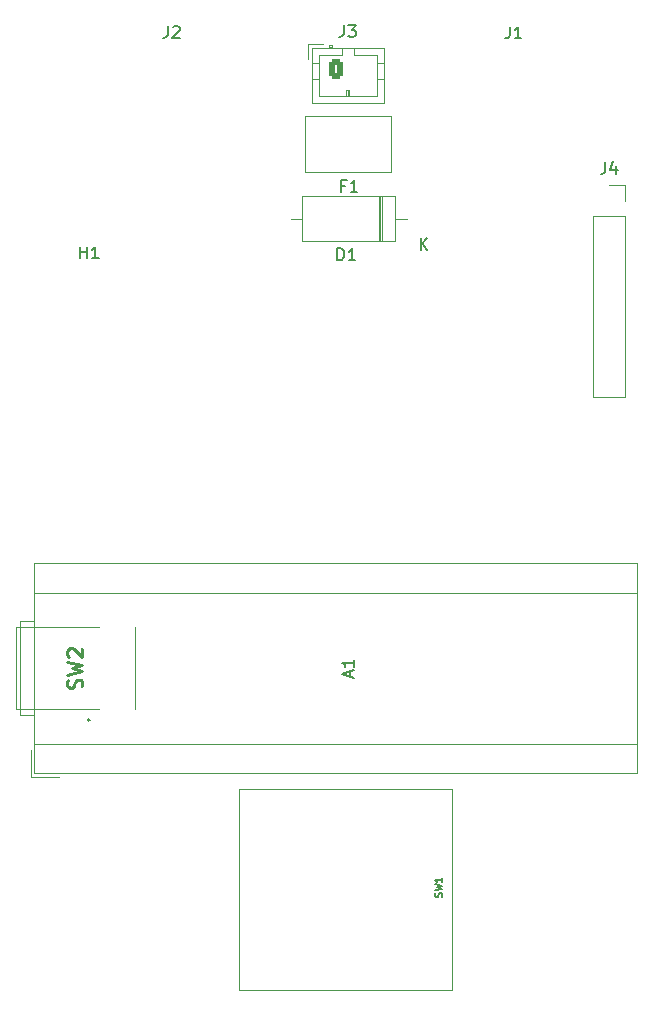
<source format=gto>
G04 #@! TF.GenerationSoftware,KiCad,Pcbnew,(6.0.9)*
G04 #@! TF.CreationDate,2022-11-21T10:51:55+01:00*
G04 #@! TF.ProjectId,Dohle TankVerb,446f686c-6520-4546-916e-6b566572622e,rev?*
G04 #@! TF.SameCoordinates,Original*
G04 #@! TF.FileFunction,Legend,Top*
G04 #@! TF.FilePolarity,Positive*
%FSLAX46Y46*%
G04 Gerber Fmt 4.6, Leading zero omitted, Abs format (unit mm)*
G04 Created by KiCad (PCBNEW (6.0.9)) date 2022-11-21 10:51:55*
%MOMM*%
%LPD*%
G01*
G04 APERTURE LIST*
G04 Aperture macros list*
%AMRoundRect*
0 Rectangle with rounded corners*
0 $1 Rounding radius*
0 $2 $3 $4 $5 $6 $7 $8 $9 X,Y pos of 4 corners*
0 Add a 4 corners polygon primitive as box body*
4,1,4,$2,$3,$4,$5,$6,$7,$8,$9,$2,$3,0*
0 Add four circle primitives for the rounded corners*
1,1,$1+$1,$2,$3*
1,1,$1+$1,$4,$5*
1,1,$1+$1,$6,$7*
1,1,$1+$1,$8,$9*
0 Add four rect primitives between the rounded corners*
20,1,$1+$1,$2,$3,$4,$5,0*
20,1,$1+$1,$4,$5,$6,$7,0*
20,1,$1+$1,$6,$7,$8,$9,0*
20,1,$1+$1,$8,$9,$2,$3,0*%
%AMHorizOval*
0 Thick line with rounded ends*
0 $1 width*
0 $2 $3 position (X,Y) of the first rounded end (center of the circle)*
0 $4 $5 position (X,Y) of the second rounded end (center of the circle)*
0 Add line between two ends*
20,1,$1,$2,$3,$4,$5,0*
0 Add two circle primitives to create the rounded ends*
1,1,$1,$2,$3*
1,1,$1,$4,$5*%
G04 Aperture macros list end*
%ADD10C,0.150000*%
%ADD11C,0.127000*%
%ADD12C,0.254000*%
%ADD13C,0.120000*%
%ADD14C,0.200000*%
%ADD15C,0.100000*%
%ADD16C,2.200000*%
%ADD17R,1.700000X1.700000*%
%ADD18O,1.700000X1.700000*%
%ADD19RoundRect,0.250000X-0.350000X-0.625000X0.350000X-0.625000X0.350000X0.625000X-0.350000X0.625000X0*%
%ADD20O,1.200000X1.750000*%
%ADD21C,1.600000*%
%ADD22R,2.400000X2.400000*%
%ADD23O,2.400000X2.400000*%
%ADD24O,4.003200X2.743200*%
%ADD25O,8.203200X2.203200*%
%ADD26HorizOval,2.203200X-1.414214X1.414214X1.414214X-1.414214X0*%
%ADD27O,2.203200X8.203200*%
%ADD28HorizOval,2.203200X-1.414214X-1.414214X1.414214X1.414214X0*%
%ADD29C,1.700000*%
%ADD30C,1.575000*%
%ADD31C,1.950000*%
G04 APERTURE END LIST*
D10*
X134747095Y-90952980D02*
X134747095Y-89952980D01*
X134747095Y-90429171D02*
X135318523Y-90429171D01*
X135318523Y-90952980D02*
X135318523Y-89952980D01*
X136318523Y-90952980D02*
X135747095Y-90952980D01*
X136032809Y-90952980D02*
X136032809Y-89952980D01*
X135937571Y-90095838D01*
X135842333Y-90191076D01*
X135747095Y-90238695D01*
X179219266Y-82788380D02*
X179219266Y-83502666D01*
X179171647Y-83645523D01*
X179076409Y-83740761D01*
X178933552Y-83788380D01*
X178838314Y-83788380D01*
X180124028Y-83121714D02*
X180124028Y-83788380D01*
X179885933Y-82740761D02*
X179647838Y-83455047D01*
X180266885Y-83455047D01*
X157074585Y-71207380D02*
X157074585Y-71921666D01*
X157026966Y-72064523D01*
X156931728Y-72159761D01*
X156788871Y-72207380D01*
X156693633Y-72207380D01*
X157455538Y-71207380D02*
X158074585Y-71207380D01*
X157741252Y-71588333D01*
X157884109Y-71588333D01*
X157979347Y-71635952D01*
X158026966Y-71683571D01*
X158074585Y-71778809D01*
X158074585Y-72016904D01*
X158026966Y-72112142D01*
X157979347Y-72159761D01*
X157884109Y-72207380D01*
X157598395Y-72207380D01*
X157503157Y-72159761D01*
X157455538Y-72112142D01*
X157178666Y-84790571D02*
X156845333Y-84790571D01*
X156845333Y-85314380D02*
X156845333Y-84314380D01*
X157321523Y-84314380D01*
X158226285Y-85314380D02*
X157654857Y-85314380D01*
X157940571Y-85314380D02*
X157940571Y-84314380D01*
X157845333Y-84457238D01*
X157750095Y-84552476D01*
X157654857Y-84600095D01*
X156539304Y-91104980D02*
X156539304Y-90104980D01*
X156777400Y-90104980D01*
X156920257Y-90152600D01*
X157015495Y-90247838D01*
X157063114Y-90343076D01*
X157110733Y-90533552D01*
X157110733Y-90676409D01*
X157063114Y-90866885D01*
X157015495Y-90962123D01*
X156920257Y-91057361D01*
X156777400Y-91104980D01*
X156539304Y-91104980D01*
X158063114Y-91104980D02*
X157491685Y-91104980D01*
X157777400Y-91104980D02*
X157777400Y-90104980D01*
X157682161Y-90247838D01*
X157586923Y-90343076D01*
X157491685Y-90390695D01*
X163593495Y-90256980D02*
X163593495Y-89256980D01*
X164164923Y-90256980D02*
X163736352Y-89685552D01*
X164164923Y-89256980D02*
X163593495Y-89828409D01*
D11*
X165372704Y-145022519D02*
X165401733Y-144935433D01*
X165401733Y-144790290D01*
X165372704Y-144732233D01*
X165343676Y-144703204D01*
X165285619Y-144674176D01*
X165227562Y-144674176D01*
X165169504Y-144703204D01*
X165140476Y-144732233D01*
X165111447Y-144790290D01*
X165082419Y-144906404D01*
X165053390Y-144964461D01*
X165024362Y-144993490D01*
X164966304Y-145022519D01*
X164908247Y-145022519D01*
X164850190Y-144993490D01*
X164821162Y-144964461D01*
X164792133Y-144906404D01*
X164792133Y-144761261D01*
X164821162Y-144674176D01*
X164792133Y-144470976D02*
X165401733Y-144325833D01*
X164966304Y-144209719D01*
X165401733Y-144093604D01*
X164792133Y-143948461D01*
X165401733Y-143396919D02*
X165401733Y-143745261D01*
X165401733Y-143571090D02*
X164792133Y-143571090D01*
X164879219Y-143629147D01*
X164937276Y-143687204D01*
X164966304Y-143745261D01*
D10*
X171116666Y-71334380D02*
X171116666Y-72048666D01*
X171069047Y-72191523D01*
X170973809Y-72286761D01*
X170830952Y-72334380D01*
X170735714Y-72334380D01*
X172116666Y-72334380D02*
X171545238Y-72334380D01*
X171830952Y-72334380D02*
X171830952Y-71334380D01*
X171735714Y-71477238D01*
X171640476Y-71572476D01*
X171545238Y-71620095D01*
X142186066Y-71293180D02*
X142186066Y-72007466D01*
X142138447Y-72150323D01*
X142043209Y-72245561D01*
X141900352Y-72293180D01*
X141805114Y-72293180D01*
X142614638Y-71388419D02*
X142662257Y-71340800D01*
X142757495Y-71293180D01*
X142995590Y-71293180D01*
X143090828Y-71340800D01*
X143138447Y-71388419D01*
X143186066Y-71483657D01*
X143186066Y-71578895D01*
X143138447Y-71721752D01*
X142567019Y-72293180D01*
X143186066Y-72293180D01*
X157646666Y-126368085D02*
X157646666Y-125891895D01*
X157932380Y-126463323D02*
X156932380Y-126129990D01*
X157932380Y-125796657D01*
X157932380Y-124939514D02*
X157932380Y-125510942D01*
X157932380Y-125225228D02*
X156932380Y-125225228D01*
X157075238Y-125320466D01*
X157170476Y-125415704D01*
X157218095Y-125510942D01*
D12*
X134880047Y-127341733D02*
X134940523Y-127160304D01*
X134940523Y-126857923D01*
X134880047Y-126736971D01*
X134819571Y-126676495D01*
X134698619Y-126616019D01*
X134577666Y-126616019D01*
X134456714Y-126676495D01*
X134396238Y-126736971D01*
X134335761Y-126857923D01*
X134275285Y-127099828D01*
X134214809Y-127220780D01*
X134154333Y-127281257D01*
X134033380Y-127341733D01*
X133912428Y-127341733D01*
X133791476Y-127281257D01*
X133731000Y-127220780D01*
X133670523Y-127099828D01*
X133670523Y-126797447D01*
X133731000Y-126616019D01*
X133670523Y-126192685D02*
X134940523Y-125890304D01*
X134033380Y-125648400D01*
X134940523Y-125406495D01*
X133670523Y-125104114D01*
X133791476Y-124680780D02*
X133731000Y-124620304D01*
X133670523Y-124499352D01*
X133670523Y-124196971D01*
X133731000Y-124076019D01*
X133791476Y-124015542D01*
X133912428Y-123955066D01*
X134033380Y-123955066D01*
X134214809Y-124015542D01*
X134940523Y-124741257D01*
X134940523Y-123955066D01*
D13*
X179552600Y-84776000D02*
X180882600Y-84776000D01*
X178222600Y-102676000D02*
X180882600Y-102676000D01*
X178222600Y-87376000D02*
X180882600Y-87376000D01*
X180882600Y-87376000D02*
X180882600Y-102676000D01*
X178222600Y-87376000D02*
X178222600Y-102676000D01*
X180882600Y-84776000D02*
X180882600Y-86106000D01*
X154347919Y-73120000D02*
X154347919Y-77840000D01*
X154347919Y-77840000D02*
X160467919Y-77840000D01*
X156107919Y-72920000D02*
X155807919Y-72920000D01*
X154347919Y-74430000D02*
X154957919Y-74430000D01*
X159857919Y-77230000D02*
X159857919Y-73730000D01*
X155807919Y-72920000D02*
X155807919Y-73120000D01*
X154957919Y-77230000D02*
X159857919Y-77230000D01*
X157307919Y-76730000D02*
X157507919Y-76730000D01*
X156907919Y-73120000D02*
X156907919Y-73730000D01*
X156107919Y-73020000D02*
X155807919Y-73020000D01*
X157407919Y-77230000D02*
X157407919Y-76730000D01*
X154347919Y-75730000D02*
X154957919Y-75730000D01*
X160467919Y-75730000D02*
X159857919Y-75730000D01*
X156107919Y-73120000D02*
X156107919Y-72920000D01*
X159857919Y-73730000D02*
X157907919Y-73730000D01*
X156907919Y-73730000D02*
X154957919Y-73730000D01*
X160467919Y-74430000D02*
X159857919Y-74430000D01*
X154047919Y-72820000D02*
X154047919Y-74070000D01*
X157307919Y-77230000D02*
X157307919Y-76730000D01*
X160467919Y-77840000D02*
X160467919Y-73120000D01*
X154957919Y-73730000D02*
X154957919Y-77230000D01*
X157507919Y-76730000D02*
X157507919Y-77230000D01*
X157907919Y-73730000D02*
X157907919Y-73120000D01*
X160467919Y-73120000D02*
X154347919Y-73120000D01*
X155297919Y-72820000D02*
X154047919Y-72820000D01*
X161060000Y-78910000D02*
X161060000Y-83650000D01*
X153820000Y-78910000D02*
X161060000Y-78910000D01*
X153820000Y-78910000D02*
X153820000Y-83650000D01*
X153820000Y-83650000D02*
X161060000Y-83650000D01*
X161425400Y-89524600D02*
X161425400Y-85684600D01*
X153585400Y-85684600D02*
X153585400Y-89524600D01*
X160045400Y-89524600D02*
X160045400Y-85684600D01*
X160285400Y-89524600D02*
X160285400Y-85684600D01*
X153585400Y-89524600D02*
X161425400Y-89524600D01*
X160165400Y-89524600D02*
X160165400Y-85684600D01*
X152595400Y-87604600D02*
X153585400Y-87604600D01*
X162415400Y-87604600D02*
X161425400Y-87604600D01*
X161425400Y-85684600D02*
X153585400Y-85684600D01*
X166225962Y-135909719D02*
X148225962Y-135909719D01*
X148225962Y-135909719D02*
X148225962Y-152909719D01*
X148225962Y-152909719D02*
X166225962Y-152909719D01*
X166225962Y-152909719D02*
X166225962Y-135909719D01*
X130583200Y-134853800D02*
X132983200Y-134853800D01*
X129683200Y-121653800D02*
X130883200Y-121653800D01*
X130883200Y-119273800D02*
X181883200Y-119273800D01*
X181883200Y-116753800D02*
X181883200Y-134553800D01*
X130883200Y-129653800D02*
X129683200Y-129653800D01*
X130883200Y-116753800D02*
X181883200Y-116753800D01*
X130883200Y-132073800D02*
X181883200Y-132073800D01*
X130583200Y-132553800D02*
X130583200Y-134853800D01*
X129683200Y-129653800D02*
X129683200Y-121653800D01*
X130883200Y-134553800D02*
X130883200Y-116753800D01*
X181883200Y-134553800D02*
X130883200Y-134553800D01*
D14*
X135591000Y-130036400D02*
X135591000Y-130036400D01*
D15*
X129341000Y-129136400D02*
X129341000Y-122136400D01*
X136391000Y-129136400D02*
X129391000Y-129136400D01*
X139391000Y-129136400D02*
X139391000Y-122136400D01*
X129341000Y-122136400D02*
X136391000Y-122136400D01*
X129391000Y-129136400D02*
X129341000Y-129136400D01*
D14*
X135391000Y-130036400D02*
X135391000Y-130036400D01*
X135591000Y-130036400D02*
G75*
G03*
X135391000Y-130036400I-100000J0D01*
G01*
X135391000Y-130036400D02*
G75*
G03*
X135591000Y-130036400I100000J0D01*
G01*
%LPC*%
D16*
X135509000Y-93700600D03*
D17*
X179552600Y-86106000D03*
D18*
X179552600Y-88646000D03*
X179552600Y-91186000D03*
X179552600Y-93726000D03*
X179552600Y-96266000D03*
X179552600Y-98806000D03*
X179552600Y-101346000D03*
D19*
X156407919Y-74930000D03*
D20*
X158407919Y-74930000D03*
D21*
X154940000Y-81280000D03*
X159940000Y-81280000D03*
D22*
X163855400Y-87604600D03*
D23*
X151155400Y-87604600D03*
D24*
X162225962Y-139708959D03*
X162225962Y-144410519D03*
X162225962Y-149108959D03*
X157226482Y-139708959D03*
X157226482Y-144410519D03*
X157226482Y-149108959D03*
X152125962Y-139709719D03*
X152125962Y-144411279D03*
X152125962Y-149109719D03*
D25*
X171437559Y-69113936D03*
D26*
X175945800Y-58166000D03*
D27*
X164915057Y-62119877D03*
X149534000Y-62595200D03*
D28*
X138586064Y-58086959D03*
D25*
X142539941Y-69117702D03*
D17*
X132283200Y-133273800D03*
D29*
X134823200Y-133273800D03*
X137363200Y-133273800D03*
X139903200Y-133273800D03*
X142443200Y-133273800D03*
X144983200Y-133273800D03*
X147523200Y-133273800D03*
X150063200Y-133273800D03*
X152603200Y-133273800D03*
X155143200Y-133273800D03*
X157683200Y-133273800D03*
X160223200Y-133273800D03*
X162763200Y-133273800D03*
X165303200Y-133273800D03*
X167843200Y-133273800D03*
X170383200Y-133273800D03*
X172923200Y-133273800D03*
X175463200Y-133273800D03*
X178003200Y-133273800D03*
X180543200Y-133273800D03*
X180543200Y-118033800D03*
X178003200Y-118033800D03*
X175463200Y-118033800D03*
X172923200Y-118033800D03*
X170383200Y-118033800D03*
X167843200Y-118033800D03*
X165303200Y-118033800D03*
X162763200Y-118033800D03*
X160223200Y-118033800D03*
X157683200Y-118033800D03*
X155143200Y-118033800D03*
X152603200Y-118033800D03*
X150063200Y-118033800D03*
X147523200Y-118033800D03*
X144983200Y-118033800D03*
X142443200Y-118033800D03*
X139903200Y-118033800D03*
X137363200Y-118033800D03*
X134823200Y-118033800D03*
X132283200Y-118033800D03*
D30*
X135441000Y-127886400D03*
X135441000Y-123386400D03*
D31*
X137941000Y-129136400D03*
X137941000Y-122136400D03*
M02*

</source>
